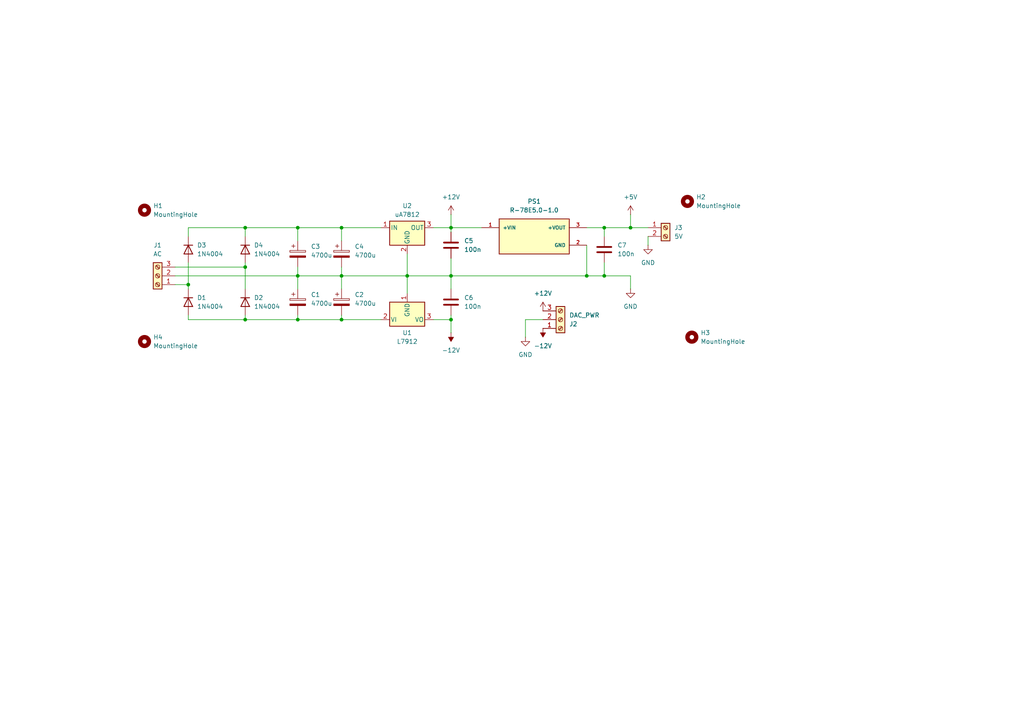
<source format=kicad_sch>
(kicad_sch (version 20250114) (generator "eeschema") (generator_version "9.0")
  (paper "A4")
  (lib_symbols
    (symbol "Connector:Screw_Terminal_01x02" (pin_names (offset 1.016) (hide yes))
      (property "Reference" "J" (at 0 2.54 0))
      (property "Value" "Screw_Terminal_01x02" (at 0 -5.08 0))
      (symbol "Screw_Terminal_01x02_1_1"
        (rectangle (start -1.27 1.27) (end 1.27 -3.81) (stroke (width 0.254)) (fill (type background)))
        (polyline (pts (xy -0.5334 0.3302) (xy 0.3302 -0.508)) (stroke (width 0.1524)))
        (polyline (pts (xy -0.5334 -2.2098) (xy 0.3302 -3.048)) (stroke (width 0.1524)))
        (polyline (pts (xy -0.3556 0.508) (xy 0.508 -0.3302)) (stroke (width 0.1524)))
        (polyline (pts (xy -0.3556 -2.032) (xy 0.508 -2.8702)) (stroke (width 0.1524)))
        (circle (center 0 0) (radius 0.635) (stroke (width 0.1524)))
        (circle (center 0 -2.54) (radius 0.635) (stroke (width 0.1524)))
        (pin passive line (at -5.08 0 0) (length 3.81) (name "Pin_1") (number "1"))
        (pin passive line (at -5.08 -2.54 0) (length 3.81) (name "Pin_2") (number "2"))
      )
    )
    (symbol "Connector:Screw_Terminal_01x03" (pin_names (offset 1.016) (hide yes))
      (property "Reference" "J" (at 0 5.08 0))
      (property "Value" "Screw_Terminal_01x03" (at 0 -5.08 0))
      (symbol "Screw_Terminal_01x03_1_1"
        (rectangle (start -1.27 3.81) (end 1.27 -3.81) (stroke (width 0.254)) (fill (type background)))
        (polyline (pts (xy -0.5334 2.8702) (xy 0.3302 2.032)) (stroke (width 0.1524)))
        (polyline (pts (xy -0.5334 0.3302) (xy 0.3302 -0.508)) (stroke (width 0.1524)))
        (polyline (pts (xy -0.5334 -2.2098) (xy 0.3302 -3.048)) (stroke (width 0.1524)))
        (polyline (pts (xy -0.3556 3.048) (xy 0.508 2.2098)) (stroke (width 0.1524)))
        (polyline (pts (xy -0.3556 0.508) (xy 0.508 -0.3302)) (stroke (width 0.1524)))
        (polyline (pts (xy -0.3556 -2.032) (xy 0.508 -2.8702)) (stroke (width 0.1524)))
        (circle (center 0 2.54) (radius 0.635) (stroke (width 0.1524)))
        (circle (center 0 0) (radius 0.635) (stroke (width 0.1524)))
        (circle (center 0 -2.54) (radius 0.635) (stroke (width 0.1524)))
        (pin passive line (at -5.08 2.54 0) (length 3.81) (name "Pin_1") (number "1"))
        (pin passive line (at -5.08 0 0) (length 3.81) (name "Pin_2") (number "2"))
        (pin passive line (at -5.08 -2.54 0) (length 3.81) (name "Pin_3") (number "3"))
      )
    )
    (symbol "Device:C" (pin_numbers (hide yes)) (pin_names (offset 0.254))
      (property "Reference" "C" (at 0.635 2.54 0))
      (property "Value" "C" (at 0.635 -2.54 0))
      (symbol "C_0_1"
        (polyline (pts (xy -2.032 0.762) (xy 2.032 0.762)) (stroke (width 0.508)))
        (polyline (pts (xy -2.032 -0.762) (xy 2.032 -0.762)) (stroke (width 0.508)))
      )
      (symbol "C_1_1"
        (pin passive line (at 0 3.81 270) (length 2.794) (name "~") (number "1"))
        (pin passive line (at 0 -3.81 90) (length 2.794) (name "~") (number "2"))
      )
    )
    (symbol "Device:C_Polarized" (pin_numbers (hide yes)) (pin_names (offset 0.254))
      (property "Reference" "C" (at 0.635 2.54 0))
      (property "Value" "C_Polarized" (at 0.635 -2.54 0))
      (symbol "C_Polarized_0_1"
        (rectangle (start -2.286 0.508) (end 2.286 1.016))
        (polyline (pts (xy -1.778 2.286) (xy -0.762 2.286)))
        (polyline (pts (xy -1.27 2.794) (xy -1.27 1.778)))
        (rectangle (start 2.286 -0.508) (end -2.286 -1.016) (fill (type outline)))
      )
      (symbol "C_Polarized_1_1"
        (pin passive line (at 0 3.81 270) (length 2.794) (name "~") (number "1"))
        (pin passive line (at 0 -3.81 90) (length 2.794) (name "~") (number "2"))
      )
    )
    (symbol "Diode:1N4004" (pin_numbers (hide yes)) (pin_names (hide yes))
      (property "Reference" "D" (at 0 2.54 0))
      (property "Value" "1N4004" (at 0 -2.54 0))
      (symbol "1N4004_0_1"
        (polyline (pts (xy -1.27 1.27) (xy -1.27 -1.27)) (stroke (width 0.254)))
        (polyline (pts (xy 1.27 1.27) (xy 1.27 -1.27) (xy -1.27 0) (xy 1.27 1.27)) (stroke (width 0.254)))
        (polyline (pts (xy 1.27 0) (xy -1.27 0)))
      )
      (symbol "1N4004_1_1"
        (pin passive line (at -3.81 0 0) (length 2.54) (name "K") (number "1"))
        (pin passive line (at 3.81 0 180) (length 2.54) (name "A") (number "2"))
      )
    )
    (symbol "Mechanical:MountingHole" (pin_names (offset 1.016)) (in_bom no)
      (property "Reference" "H" (at 0 5.08 0))
      (property "Value" "MountingHole" (at 0 3.175 0))
      (symbol "MountingHole_0_1"
        (circle (center 0 0) (radius 1.27) (stroke (width 1.27)))
      )
    )
    (symbol "Regulator_Linear:L7912" (pin_names (offset 0.254))
      (property "Reference" "U" (at -3.81 -3.175 0))
      (property "Value" "L7912" (at 0 -3.175 0))
      (symbol "L7912_0_1"
        (rectangle (start -5.08 5.08) (end 5.08 -1.905) (stroke (width 0.254)) (fill (type background)))
      )
      (symbol "L7912_1_1"
        (pin power_in line (at -7.62 0 0) (length 2.54) (name "VI") (number "2"))
        (pin power_in line (at 0 7.62 270) (length 2.54) (name "GND") (number "1"))
        (pin power_out line (at 7.62 0 180) (length 2.54) (name "VO") (number "3"))
      )
    )
    (symbol "Regulator_Linear:uA7812" (pin_names (offset 0.254))
      (property "Reference" "U" (at -3.81 3.175 0))
      (property "Value" "uA7812" (at 0 3.175 0))
      (symbol "uA7812_0_1"
        (rectangle (start -5.08 1.905) (end 5.08 -5.08) (stroke (width 0.254)) (fill (type background)))
      )
      (symbol "uA7812_1_1"
        (pin power_in line (at -7.62 0 0) (length 2.54) (name "IN") (number "1"))
        (pin power_in line (at 0 -7.62 90) (length 2.54) (name "GND") (number "2"))
        (pin power_out line (at 7.62 0 180) (length 2.54) (name "OUT") (number "3"))
      )
    )
    (symbol "custom:R-78E5.0-1.0" (pin_names (offset 1.016))
      (property "Reference" "PS" (at -10.1639 6.3579 0))
      (property "Value" "R-78E5.0-1.0" (at -10.1614 -7.6227 0))
      (symbol "R-78E5.0-1.0_0_0"
        (rectangle (start -10.16 -5.08) (end 10.16 5.08) (stroke (width 0.254)) (fill (type background)))
        (pin input line (at -15.24 2.54 0) (length 5.08) (name "+VIN") (number "1"))
        (pin output line (at 15.24 2.54 180) (length 5.08) (name "+VOUT") (number "3"))
        (pin power_in line (at 15.24 -2.54 180) (length 5.08) (name "GND") (number "2"))
      )
    )
    (symbol "power:+12V" (power) (pin_numbers (hide yes)) (pin_names (offset 0) (hide yes))
      (property "Value" "+12V" (at 0 3.556 0))
      (symbol "+12V_0_1"
        (polyline (pts (xy -0.762 1.27) (xy 0 2.54)))
        (polyline (pts (xy 0 2.54) (xy 0.762 1.27)))
        (polyline (pts (xy 0 0) (xy 0 2.54)))
      )
      (symbol "+12V_1_1"
        (pin power_in line (at 0 0 90) (length 0) (name "~") (number "1"))
      )
    )
    (symbol "power:+5V" (power) (pin_numbers (hide yes)) (pin_names (offset 0) (hide yes))
      (property "Value" "+5V" (at 0 3.556 0))
      (symbol "+5V_0_1"
        (polyline (pts (xy -0.762 1.27) (xy 0 2.54)))
        (polyline (pts (xy 0 2.54) (xy 0.762 1.27)))
        (polyline (pts (xy 0 0) (xy 0 2.54)))
      )
      (symbol "+5V_1_1"
        (pin power_in line (at 0 0 90) (length 0) (name "~") (number "1"))
      )
    )
    (symbol "power:-12V" (power) (pin_numbers (hide yes)) (pin_names (offset 0) (hide yes))
      (property "Value" "-12V" (at 0 3.556 0))
      (symbol "-12V_0_0"
        (pin power_in line (at 0 0 90) (length 0) (name "~") (number "1"))
      )
      (symbol "-12V_0_1"
        (polyline (pts (xy 0 0) (xy 0 1.27) (xy 0.762 1.27) (xy 0 2.54) (xy -0.762 1.27) (xy 0 1.27)) (fill (type outline)))
      )
    )
    (symbol "power:GND" (power) (pin_numbers (hide yes)) (pin_names (offset 0) (hide yes))
      (property "Value" "GND" (at 0 -3.81 0))
      (symbol "GND_0_1"
        (polyline (pts (xy 0 0) (xy 0 -1.27) (xy 1.27 -1.27) (xy 0 -2.54) (xy -1.27 -1.27) (xy 0 -1.27)))
      )
      (symbol "GND_1_1"
        (pin power_in line (at 0 0 270) (length 0) (name "~") (number "1"))
      )
    )
  )
  (junction (at 175.26 80.01))
  (junction (at 130.81 66.04))
  (junction (at 130.81 80.01))
  (junction (at 86.36 66.04))
  (junction (at 71.12 77.47))
  (junction (at 99.06 92.71))
  (junction (at 170.18 80.01))
  (junction (at 99.06 80.01))
  (junction (at 182.88 66.04))
  (junction (at 118.11 80.01))
  (junction (at 54.61 82.55))
  (junction (at 175.26 66.04))
  (junction (at 86.36 92.71))
  (junction (at 71.12 92.71))
  (junction (at 99.06 66.04))
  (junction (at 130.81 92.71))
  (junction (at 71.12 66.04))
  (junction (at 86.36 80.01))
  (wire (pts (xy 50.8 80.01) (xy 86.36 80.01)))
  (wire (pts (xy 71.12 77.47) (xy 71.12 83.82)))
  (wire (pts (xy 86.36 66.04) (xy 99.06 66.04)))
  (wire (pts (xy 175.26 66.04) (xy 175.26 68.58)))
  (wire (pts (xy 130.81 62.23) (xy 130.81 66.04)))
  (wire (pts (xy 130.81 66.04) (xy 130.81 67.31)))
  (wire (pts (xy 71.12 91.44) (xy 71.12 92.71)))
  (wire (pts (xy 175.26 80.01) (xy 182.88 80.01)))
  (wire (pts (xy 54.61 66.04) (xy 71.12 66.04)))
  (wire (pts (xy 50.8 77.47) (xy 71.12 77.47)))
  (wire (pts (xy 99.06 92.71) (xy 110.49 92.71)))
  (wire (pts (xy 54.61 92.71) (xy 71.12 92.71)))
  (wire (pts (xy 99.06 66.04) (xy 99.06 69.85)))
  (wire (pts (xy 71.12 92.71) (xy 86.36 92.71)))
  (wire (pts (xy 99.06 77.47) (xy 99.06 80.01)))
  (wire (pts (xy 99.06 66.04) (xy 110.49 66.04)))
  (wire (pts (xy 86.36 77.47) (xy 86.36 80.01)))
  (wire (pts (xy 170.18 80.01) (xy 175.26 80.01)))
  (wire (pts (xy 99.06 80.01) (xy 99.06 83.82)))
  (wire (pts (xy 86.36 66.04) (xy 86.36 69.85)))
  (wire (pts (xy 54.61 76.2) (xy 54.61 82.55)))
  (wire (pts (xy 182.88 62.23) (xy 182.88 66.04)))
  (wire (pts (xy 86.36 80.01) (xy 99.06 80.01)))
  (wire (pts (xy 118.11 73.66) (xy 118.11 80.01)))
  (wire (pts (xy 125.73 92.71) (xy 130.81 92.71)))
  (wire (pts (xy 99.06 91.44) (xy 99.06 92.71)))
  (wire (pts (xy 118.11 80.01) (xy 118.11 85.09)))
  (wire (pts (xy 86.36 91.44) (xy 86.36 92.71)))
  (wire (pts (xy 130.81 80.01) (xy 130.81 83.82)))
  (wire (pts (xy 118.11 80.01) (xy 130.81 80.01)))
  (wire (pts (xy 130.81 66.04) (xy 139.7 66.04)))
  (wire (pts (xy 130.81 92.71) (xy 130.81 96.52)))
  (wire (pts (xy 152.4 92.71) (xy 152.4 97.79)))
  (wire (pts (xy 182.88 66.04) (xy 187.96 66.04)))
  (wire (pts (xy 71.12 76.2) (xy 71.12 77.47)))
  (wire (pts (xy 125.73 66.04) (xy 130.81 66.04)))
  (wire (pts (xy 175.26 76.2) (xy 175.26 80.01)))
  (wire (pts (xy 170.18 66.04) (xy 175.26 66.04)))
  (wire (pts (xy 182.88 80.01) (xy 182.88 83.82)))
  (wire (pts (xy 54.61 66.04) (xy 54.61 68.58)))
  (wire (pts (xy 152.4 92.71) (xy 157.48 92.71)))
  (wire (pts (xy 50.8 82.55) (xy 54.61 82.55)))
  (wire (pts (xy 130.81 91.44) (xy 130.81 92.71)))
  (wire (pts (xy 71.12 66.04) (xy 86.36 66.04)))
  (wire (pts (xy 130.81 74.93) (xy 130.81 80.01)))
  (wire (pts (xy 54.61 91.44) (xy 54.61 92.71)))
  (wire (pts (xy 130.81 80.01) (xy 170.18 80.01)))
  (wire (pts (xy 86.36 80.01) (xy 86.36 83.82)))
  (wire (pts (xy 71.12 66.04) (xy 71.12 68.58)))
  (wire (pts (xy 54.61 83.82) (xy 54.61 82.55)))
  (wire (pts (xy 170.18 71.12) (xy 170.18 80.01)))
  (wire (pts (xy 187.96 68.58) (xy 187.96 71.12)))
  (wire (pts (xy 99.06 80.01) (xy 118.11 80.01)))
  (wire (pts (xy 86.36 92.71) (xy 99.06 92.71)))
  (wire (pts (xy 175.26 66.04) (xy 182.88 66.04)))
  (symbol (lib_id "Mechanical:MountingHole") (at 41.91 60.96 0) (unit 1) (in_bom no)
    (property "Reference" "H1" (at 44.45 59.6899 0) (effects (justify left)))
    (property "Value" "MountingHole" (at 44.45 62.2299 0) (effects (justify left)))
    (property "Footprint" "MountingHole:MountingHole_3.2mm_M3" (effects (hide yes)))
    (property "Description" "Mounting Hole without connection" (effects (hide yes)))
  )
  (symbol (lib_id "Diode:1N4004") (at 71.12 72.39 270) (unit 1)
    (property "Reference" "D4" (at 73.66 71.1199 90) (effects (justify left)))
    (property "Value" "1N4004" (at 73.66 73.6599 90) (effects (justify left)))
    (property "Footprint" "Diode_THT:D_DO-41_SOD81_P10.16mm_Horizontal" (effects (hide yes)))
    (property "Datasheet" "http://www.vishay.com/docs/88503/1n4001.pdf" (effects (hide yes)))
    (property "Description" "400V 1A General Purpose Rectifier Diode, DO-41" (effects (hide yes)))
    (property "Sim.Device" "D" (effects (hide yes)))
    (property "Sim.Pins" "1=K 2=A" (effects (hide yes)))
  )
  (symbol (lib_id "Connector:Screw_Terminal_01x02") (at 193.04 66.04 0) (unit 1)
    (property "Reference" "J3" (at 195.58 66.0399 0) (effects (justify left)))
    (property "Value" "5V" (at 195.58 68.5799 0) (effects (justify left)))
    (property "Footprint" "TerminalBlock_Phoenix:TerminalBlock_Phoenix_MPT-0,5-2-2.54_1x02_P2.54mm_Horizontal" (effects (hide yes)))
    (property "Description" "Generic screw terminal, single row, 01x02, script generated (kicad-library-utils/schlib/autogen/connector/)" (effects (hide yes)))
  )
  (symbol (lib_id "Device:C") (at 175.26 72.39 0) (unit 1)
    (property "Reference" "C7" (at 179.07 71.1199 0) (effects (justify left)))
    (property "Value" "100n" (at 179.07 73.6599 0) (effects (justify left)))
    (property "Footprint" "Capacitor_THT:C_Disc_D5.0mm_W2.5mm_P5.00mm" (effects (hide yes)))
    (property "Description" "Unpolarized capacitor" (effects (hide yes)))
  )
  (symbol (lib_id "Regulator_Linear:L7912") (at 118.11 92.71 0) (unit 1)
    (property "Reference" "U1" (at 118.11 96.52 0))
    (property "Value" "L7912" (at 118.11 99.06 0))
    (property "Footprint" "Package_TO_SOT_THT:TO-220-3_Vertical" (effects (hide yes)))
    (property "Datasheet" "http://www.st.com/content/ccc/resource/technical/document/datasheet/c9/16/86/41/c7/2b/45/f2/CD00000450.pdf/files/CD00000450.pdf/jcr:content/translations/en.CD00000450.pdf" (effects (hide yes)))
    (property "Description" "Negative 1.5A 35V Linear Regulator, Fixed Output -12V, TO-220/TO-263" (effects (hide yes)))
  )
  (symbol (lib_id "power:+12V") (at 157.48 90.17 0) (unit 1)
    (property "Reference" "#PWR07" (effects (hide yes)))
    (property "Value" "+12V" (at 157.48 85.09 0))
    (property "Description" "Power symbol creates a global label with name \"+12V\"" (effects (hide yes)))
  )
  (symbol (lib_id "Device:C") (at 130.81 87.63 0) (unit 1)
    (property "Reference" "C6" (at 134.62 86.3599 0) (effects (justify left)))
    (property "Value" "100n" (at 134.62 88.8999 0) (effects (justify left)))
    (property "Footprint" "Capacitor_THT:C_Disc_D5.0mm_W2.5mm_P5.00mm" (effects (hide yes)))
    (property "Description" "Unpolarized capacitor" (effects (hide yes)))
  )
  (symbol (lib_id "Device:C_Polarized") (at 99.06 87.63 0) (unit 1)
    (property "Reference" "C2" (at 102.87 85.4709 0) (effects (justify left)))
    (property "Value" "4700u" (at 102.87 88.0109 0) (effects (justify left)))
    (property "Footprint" "Capacitor_THT:CP_Radial_D16.0mm_P7.50mm" (effects (hide yes)))
    (property "Description" "Polarized capacitor" (effects (hide yes)))
  )
  (symbol (lib_id "custom:R-78E5.0-1.0") (at 154.94 68.58 0) (unit 1)
    (property "Reference" "PS1" (at 154.94 58.42 0))
    (property "Value" "R-78E5.0-1.0" (at 154.94 60.96 0))
    (property "Footprint" "custom:CONV_R-78E5.0-1.0" (effects (hide yes)))
    (property "MF" "Recom Power" (effects (hide yes)))
    (property "MAXIMUM_PACKAGE_HEIGHT" "10.40mm" (effects (hide yes)))
    (property "Package" "SIP-3 Recom Power" (effects (hide yes)))
    (property "Price" "None" (effects (hide yes)))
    (property "Check_prices" "https://www.snapeda.com/parts/R-78E5.0-1.0/Recom+Power/view-part/?ref=eda" (effects (hide yes)))
    (property "STANDARD" "Manufacturer Recommendations" (effects (hide yes)))
    (property "PARTREV" "6" (effects (hide yes)))
    (property "SnapEDA_Link" "https://www.snapeda.com/parts/R-78E5.0-1.0/Recom+Power/view-part/?ref=snap" (effects (hide yes)))
    (property "MP" "R-78E5.0-1.0" (effects (hide yes)))
    (property "Purchase-URL" "https://www.snapeda.com/api/url_track_click_mouser/?unipart_id=557753&manufacturer=Recom Power&part_name=R-78E5.0-1.0&search_term=None" (effects (hide yes)))
    (property "Description_1" "DC-DC Converter, SIP3 reg, Single Output, 1A, 5V Out, R-78E Series | RECOM Power Inc. R-78E5.0-1.0" (effects (hide yes)))
    (property "Availability" "In Stock" (effects (hide yes)))
    (property "MANUFACTURER" "RECOM" (effects (hide yes)))
  )
  (symbol (lib_id "power:GND") (at 182.88 83.82 0) (unit 1)
    (property "Reference" "#PWR04" (effects (hide yes)))
    (property "Value" "GND" (at 182.88 88.9 0))
    (property "Description" "Power symbol creates a global label with name \"GND\" , ground" (effects (hide yes)))
  )
  (symbol (lib_id "Connector:Screw_Terminal_01x03") (at 162.56 92.71 0) (mirror x) (unit 1)
    (property "Reference" "J2" (at 165.1 93.9801 0) (effects (justify left)))
    (property "Value" "DAC_PWR" (at 165.1 91.4401 0) (effects (justify left)))
    (property "Footprint" "TerminalBlock_Phoenix:TerminalBlock_Phoenix_MPT-0,5-3-2.54_1x03_P2.54mm_Horizontal" (effects (hide yes)))
    (property "Description" "Generic screw terminal, single row, 01x03, script generated (kicad-library-utils/schlib/autogen/connector/)" (effects (hide yes)))
  )
  (symbol (lib_id "power:GND") (at 152.4 97.79 0) (unit 1)
    (property "Reference" "#PWR05" (effects (hide yes)))
    (property "Value" "GND" (at 152.4 102.87 0))
    (property "Description" "Power symbol creates a global label with name \"GND\" , ground" (effects (hide yes)))
  )
  (symbol (lib_id "Mechanical:MountingHole") (at 199.39 58.42 0) (unit 1) (in_bom no)
    (property "Reference" "H2" (at 201.93 57.1499 0) (effects (justify left)))
    (property "Value" "MountingHole" (at 201.93 59.6899 0) (effects (justify left)))
    (property "Footprint" "MountingHole:MountingHole_3.2mm_M3" (effects (hide yes)))
    (property "Description" "Mounting Hole without connection" (effects (hide yes)))
  )
  (symbol (lib_id "Device:C_Polarized") (at 86.36 73.66 0) (unit 1)
    (property "Reference" "C3" (at 90.17 71.5009 0) (effects (justify left)))
    (property "Value" "4700u" (at 90.17 74.0409 0) (effects (justify left)))
    (property "Footprint" "Capacitor_THT:CP_Radial_D16.0mm_P7.50mm" (effects (hide yes)))
    (property "Description" "Polarized capacitor" (effects (hide yes)))
  )
  (symbol (lib_id "Device:C_Polarized") (at 86.36 87.63 0) (unit 1)
    (property "Reference" "C1" (at 90.17 85.4709 0) (effects (justify left)))
    (property "Value" "4700u" (at 90.17 88.0109 0) (effects (justify left)))
    (property "Footprint" "Capacitor_THT:CP_Radial_D16.0mm_P7.50mm" (effects (hide yes)))
    (property "Description" "Polarized capacitor" (effects (hide yes)))
  )
  (symbol (lib_id "Mechanical:MountingHole") (at 200.66 97.79 0) (unit 1) (in_bom no)
    (property "Reference" "H3" (at 203.2 96.5199 0) (effects (justify left)))
    (property "Value" "MountingHole" (at 203.2 99.0599 0) (effects (justify left)))
    (property "Footprint" "MountingHole:MountingHole_3.2mm_M3" (effects (hide yes)))
    (property "Description" "Mounting Hole without connection" (effects (hide yes)))
  )
  (symbol (lib_id "Connector:Screw_Terminal_01x03") (at 45.72 80.01 180) (unit 1)
    (property "Reference" "J1" (at 45.72 71.12 0))
    (property "Value" "AC" (at 45.72 73.66 0))
    (property "Footprint" "TerminalBlock_Phoenix:TerminalBlock_Phoenix_MPT-0,5-3-2.54_1x03_P2.54mm_Horizontal" (effects (hide yes)))
    (property "Description" "Generic screw terminal, single row, 01x03, script generated (kicad-library-utils/schlib/autogen/connector/)" (effects (hide yes)))
  )
  (symbol (lib_id "Diode:1N4004") (at 54.61 72.39 270) (unit 1)
    (property "Reference" "D3" (at 57.15 71.1199 90) (effects (justify left)))
    (property "Value" "1N4004" (at 57.15 73.6599 90) (effects (justify left)))
    (property "Footprint" "Diode_THT:D_DO-41_SOD81_P10.16mm_Horizontal" (effects (hide yes)))
    (property "Datasheet" "http://www.vishay.com/docs/88503/1n4001.pdf" (effects (hide yes)))
    (property "Description" "400V 1A General Purpose Rectifier Diode, DO-41" (effects (hide yes)))
    (property "Sim.Device" "D" (effects (hide yes)))
    (property "Sim.Pins" "1=K 2=A" (effects (hide yes)))
  )
  (symbol (lib_id "power:+12V") (at 130.81 62.23 0) (unit 1)
    (property "Reference" "#PWR01" (effects (hide yes)))
    (property "Value" "+12V" (at 130.81 57.15 0))
    (property "Description" "Power symbol creates a global label with name \"+12V\"" (effects (hide yes)))
  )
  (symbol (lib_id "Regulator_Linear:uA7812") (at 118.11 66.04 0) (unit 1)
    (property "Reference" "U2" (at 118.11 59.69 0))
    (property "Value" "uA7812" (at 118.11 62.23 0))
    (property "Footprint" "Package_TO_SOT_THT:TO-220-3_Vertical" (effects (hide yes)))
    (property "Datasheet" "http://www.ti.com/lit/ds/symlink/ua78.pdf" (effects (hide yes)))
    (property "Description" "Positive 1A 35V Linear Regulator, Fixed Output 12V, TO-220/TO-263" (effects (hide yes)))
  )
  (symbol (lib_id "power:+5V") (at 182.88 62.23 0) (unit 1)
    (property "Reference" "#PWR03" (effects (hide yes)))
    (property "Value" "+5V" (at 182.88 57.15 0))
    (property "Description" "Power symbol creates a global label with name \"+5V\"" (effects (hide yes)))
  )
  (symbol (lib_id "Device:C") (at 130.81 71.12 0) (unit 1)
    (property "Reference" "C5" (at 134.62 69.8499 0) (effects (justify left)))
    (property "Value" "100n" (at 134.62 72.3899 0) (effects (justify left)))
    (property "Footprint" "Capacitor_THT:C_Disc_D5.0mm_W2.5mm_P5.00mm" (effects (hide yes)))
    (property "Description" "Unpolarized capacitor" (effects (hide yes)))
  )
  (symbol (lib_id "power:GND") (at 187.96 71.12 0) (unit 1)
    (property "Reference" "#PWR08" (effects (hide yes)))
    (property "Value" "GND" (at 187.96 76.2 0))
    (property "Description" "Power symbol creates a global label with name \"GND\" , ground" (effects (hide yes)))
  )
  (symbol (lib_id "power:-12V") (at 130.81 96.52 180) (unit 1)
    (property "Reference" "#PWR02" (effects (hide yes)))
    (property "Value" "-12V" (at 130.81 101.6 0))
    (property "Description" "Power symbol creates a global label with name \"-12V\"" (effects (hide yes)))
  )
  (symbol (lib_id "Diode:1N4004") (at 71.12 87.63 270) (unit 1)
    (property "Reference" "D2" (at 73.66 86.3599 90) (effects (justify left)))
    (property "Value" "1N4004" (at 73.66 88.8999 90) (effects (justify left)))
    (property "Footprint" "Diode_THT:D_DO-41_SOD81_P10.16mm_Horizontal" (effects (hide yes)))
    (property "Datasheet" "http://www.vishay.com/docs/88503/1n4001.pdf" (effects (hide yes)))
    (property "Description" "400V 1A General Purpose Rectifier Diode, DO-41" (effects (hide yes)))
    (property "Sim.Device" "D" (effects (hide yes)))
    (property "Sim.Pins" "1=K 2=A" (effects (hide yes)))
  )
  (symbol (lib_id "power:-12V") (at 157.48 95.25 180) (unit 1)
    (property "Reference" "#PWR06" (effects (hide yes)))
    (property "Value" "-12V" (at 157.48 100.33 0))
    (property "Description" "Power symbol creates a global label with name \"-12V\"" (effects (hide yes)))
  )
  (symbol (lib_id "Device:C_Polarized") (at 99.06 73.66 0) (unit 1)
    (property "Reference" "C4" (at 102.87 71.5009 0) (effects (justify left)))
    (property "Value" "4700u" (at 102.87 74.0409 0) (effects (justify left)))
    (property "Footprint" "Capacitor_THT:CP_Radial_D16.0mm_P7.50mm" (effects (hide yes)))
    (property "Description" "Polarized capacitor" (effects (hide yes)))
  )
  (symbol (lib_id "Mechanical:MountingHole") (at 41.91 99.06 0) (unit 1) (in_bom no)
    (property "Reference" "H4" (at 44.45 97.7899 0) (effects (justify left)))
    (property "Value" "MountingHole" (at 44.45 100.3299 0) (effects (justify left)))
    (property "Footprint" "MountingHole:MountingHole_3.2mm_M3" (effects (hide yes)))
    (property "Description" "Mounting Hole without connection" (effects (hide yes)))
  )
  (symbol (lib_id "Diode:1N4004") (at 54.61 87.63 270) (unit 1)
    (property "Reference" "D1" (at 57.15 86.3599 90) (effects (justify left)))
    (property "Value" "1N4004" (at 57.15 88.8999 90) (effects (justify left)))
    (property "Footprint" "Diode_THT:D_DO-41_SOD81_P10.16mm_Horizontal" (effects (hide yes)))
    (property "Datasheet" "http://www.vishay.com/docs/88503/1n4001.pdf" (effects (hide yes)))
    (property "Description" "400V 1A General Purpose Rectifier Diode, DO-41" (effects (hide yes)))
    (property "Sim.Device" "D" (effects (hide yes)))
    (property "Sim.Pins" "1=K 2=A" (effects (hide yes)))
  )
)
</source>
